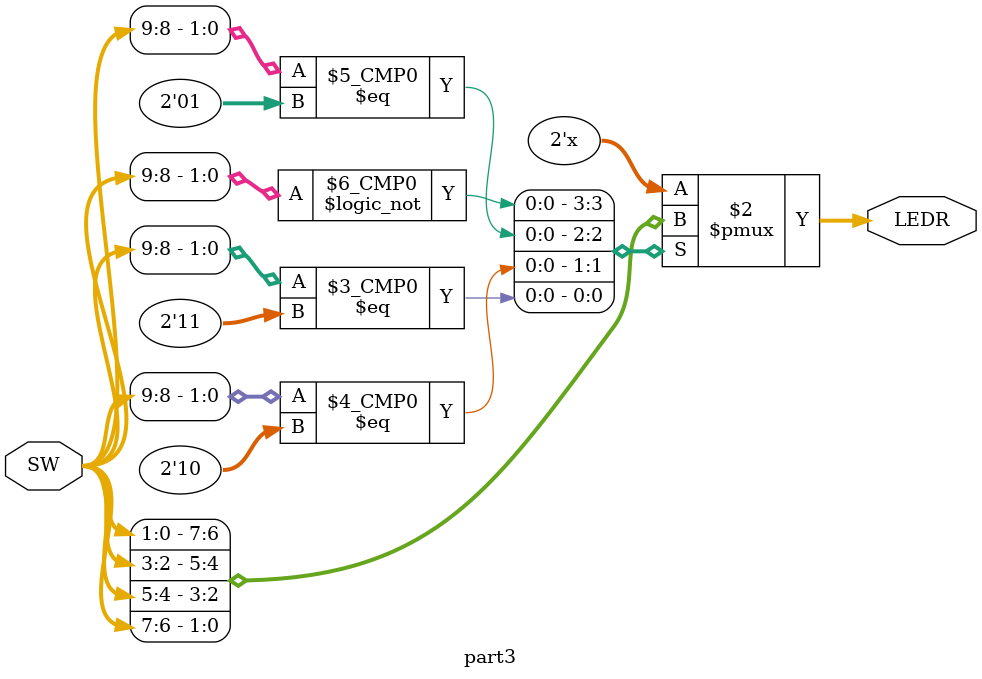
<source format=v>
module part3(SW, LEDR);
input [9:0] SW;
output reg [1:0] LEDR;

always @(*) begin
    case (SW[9:8])
        2'b00: LEDR = SW[1:0];
        2'b01: LEDR = SW[3:2];
        2'b10: LEDR = SW[5:4];
        2'b11: LEDR = SW[7:6];
        default: LEDR = 2'b00;
    endcase
end


endmodule
</source>
